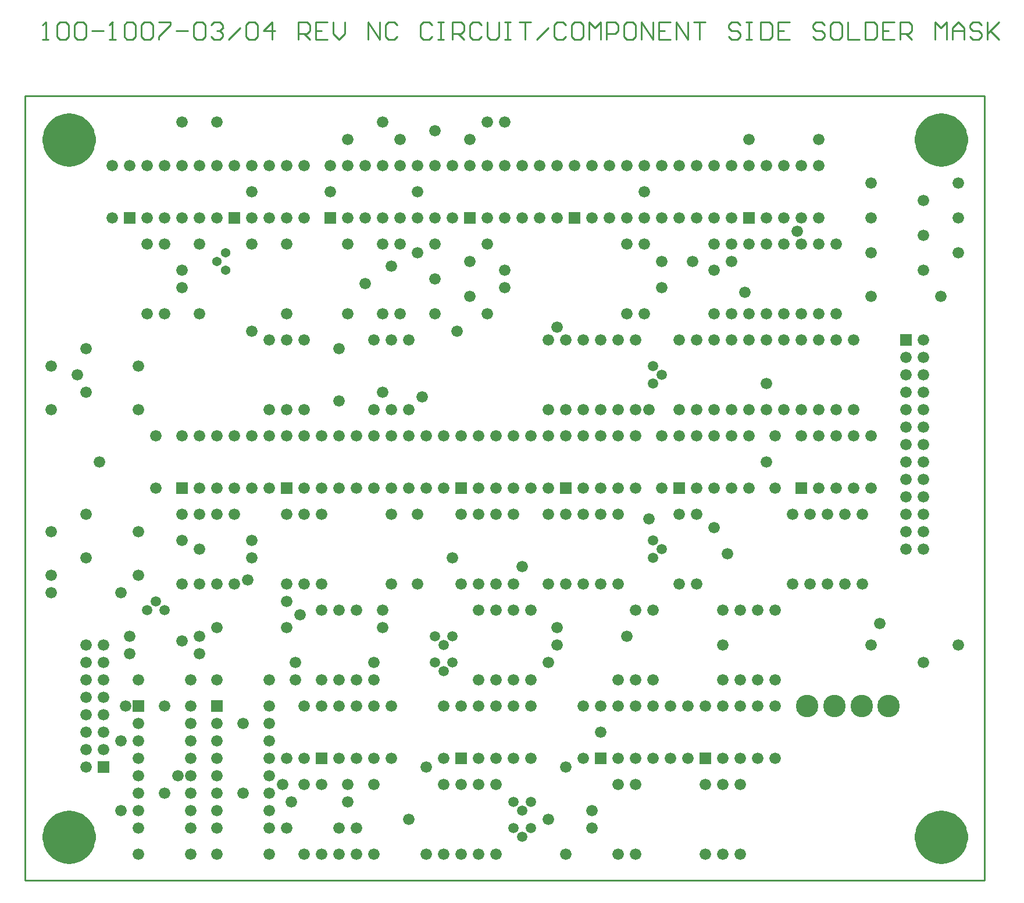
<source format=gbs>
*%FSLAX23Y23*%
*%MOIN*%
G01*
%ADD11C,0.006*%
%ADD12C,0.007*%
%ADD13C,0.008*%
%ADD14C,0.010*%
%ADD15C,0.012*%
%ADD16C,0.020*%
%ADD17C,0.032*%
%ADD18C,0.036*%
%ADD19C,0.050*%
%ADD20C,0.050*%
%ADD21C,0.052*%
%ADD22C,0.054*%
%ADD23C,0.055*%
%ADD24C,0.056*%
%ADD25C,0.059*%
%ADD26C,0.062*%
%ADD27C,0.066*%
%ADD28C,0.070*%
%ADD29C,0.090*%
%ADD30C,0.125*%
%ADD31C,0.129*%
%ADD32C,0.140*%
%ADD33C,0.160*%
%ADD34C,0.250*%
%ADD35R,0.062X0.062*%
%ADD36R,0.066X0.066*%
D14*
X6632Y10364D02*
X6665D01*
X6649D01*
Y10464D01*
X6650D01*
X6649D02*
X6632Y10447D01*
X6715D02*
X6732Y10464D01*
X6765D01*
X6782Y10447D01*
Y10381D01*
X6765Y10364D01*
X6732D01*
X6715Y10381D01*
Y10447D01*
X6815D02*
X6832Y10464D01*
X6865D01*
X6882Y10447D01*
Y10381D01*
X6865Y10364D01*
X6832D01*
X6815Y10381D01*
Y10447D01*
X6915Y10414D02*
X6982D01*
X7015Y10364D02*
X7049D01*
X7032D01*
Y10464D01*
X7033D01*
X7032D02*
X7015Y10447D01*
X7099D02*
X7115Y10464D01*
X7148D01*
X7165Y10447D01*
Y10381D01*
X7148Y10364D01*
X7115D01*
X7099Y10381D01*
Y10447D01*
X7198D02*
X7215Y10464D01*
X7248D01*
X7265Y10447D01*
Y10381D01*
X7248Y10364D01*
X7215D01*
X7198Y10381D01*
Y10447D01*
X7298Y10464D02*
X7365D01*
Y10447D01*
X7298Y10381D01*
Y10364D01*
X7398Y10414D02*
X7465D01*
X7498Y10447D02*
X7515Y10464D01*
X7548D01*
X7565Y10447D01*
Y10381D01*
X7548Y10364D01*
X7515D01*
X7498Y10381D01*
Y10447D01*
X7598D02*
X7615Y10464D01*
X7648D01*
X7665Y10447D01*
Y10431D01*
X7666D01*
X7665D02*
X7666D01*
X7665D02*
X7666D01*
X7665D02*
X7648Y10414D01*
X7632D01*
X7648D01*
X7665Y10397D01*
Y10381D01*
X7648Y10364D01*
X7615D01*
X7598Y10381D01*
X7698Y10364D02*
X7765Y10431D01*
X7798Y10447D02*
X7815Y10464D01*
X7848D01*
X7865Y10447D01*
Y10381D01*
X7848Y10364D01*
X7815D01*
X7798Y10381D01*
Y10447D01*
X7948Y10464D02*
Y10364D01*
X7898Y10414D02*
X7948Y10464D01*
X7965Y10414D02*
X7898D01*
X8098Y10364D02*
Y10464D01*
X8148D01*
X8165Y10447D01*
Y10414D01*
X8148Y10397D01*
X8098D01*
X8132D02*
X8165Y10364D01*
X8198Y10464D02*
X8265D01*
X8198D02*
Y10364D01*
X8265D01*
X8231Y10414D02*
X8198D01*
X8298Y10397D02*
Y10464D01*
Y10397D02*
X8331Y10364D01*
X8365Y10397D01*
Y10464D01*
X8498D02*
Y10364D01*
X8565D02*
X8498Y10464D01*
X8565D02*
Y10364D01*
X8665Y10447D02*
X8648Y10464D01*
X8615D01*
X8598Y10447D01*
Y10381D01*
X8615Y10364D01*
X8648D01*
X8665Y10381D01*
X8848Y10464D02*
X8865Y10447D01*
X8848Y10464D02*
X8815D01*
X8798Y10447D01*
Y10381D01*
X8815Y10364D01*
X8848D01*
X8865Y10381D01*
X8898Y10464D02*
X8931D01*
X8915D01*
Y10364D01*
X8898D01*
X8931D01*
X8981D02*
Y10464D01*
X9031D01*
X9048Y10447D01*
Y10414D01*
X9031Y10397D01*
X8981D01*
X9015D02*
X9048Y10364D01*
X9148Y10447D02*
X9131Y10464D01*
X9098D01*
X9081Y10447D01*
Y10381D01*
X9098Y10364D01*
X9131D01*
X9148Y10381D01*
X9181D02*
Y10464D01*
Y10381D02*
X9198Y10364D01*
X9231D01*
X9248Y10381D01*
Y10464D01*
X9281D02*
X9314D01*
X9298D01*
Y10364D01*
X9281D01*
X9314D01*
X9364Y10464D02*
X9431D01*
X9398D01*
Y10364D01*
X9464D02*
X9531Y10431D01*
X9614Y10464D02*
X9631Y10447D01*
X9614Y10464D02*
X9581D01*
X9564Y10447D01*
Y10381D01*
X9581Y10364D01*
X9614D01*
X9631Y10381D01*
X9681Y10464D02*
X9714D01*
X9681D02*
X9664Y10447D01*
Y10381D01*
X9681Y10364D01*
X9714D01*
X9731Y10381D01*
Y10447D01*
X9714Y10464D01*
X9764D02*
Y10364D01*
X9798Y10431D02*
X9764Y10464D01*
X9798Y10431D02*
X9831Y10464D01*
Y10364D01*
X9864D02*
Y10464D01*
X9914D01*
X9931Y10447D01*
Y10414D01*
X9914Y10397D01*
X9864D01*
X9981Y10464D02*
X10014D01*
X9981D02*
X9964Y10447D01*
Y10381D01*
X9981Y10364D01*
X10014D01*
X10031Y10381D01*
Y10447D01*
X10014Y10464D01*
X10064D02*
Y10364D01*
X10131D02*
X10064Y10464D01*
X10131D02*
Y10364D01*
X10164Y10464D02*
X10231D01*
X10164D02*
Y10364D01*
X10231D01*
X10198Y10414D02*
X10164D01*
X10264Y10364D02*
Y10464D01*
X10331Y10364D01*
Y10464D01*
X10364D02*
X10431D01*
X10397D01*
Y10364D01*
X10614Y10464D02*
X10631Y10447D01*
X10614Y10464D02*
X10581D01*
X10564Y10447D01*
Y10431D01*
X10581Y10414D01*
X10614D01*
X10631Y10397D01*
Y10381D01*
X10614Y10364D01*
X10581D01*
X10564Y10381D01*
X10664Y10464D02*
X10697D01*
X10681D01*
Y10364D01*
X10664D01*
X10697D01*
X10747D02*
Y10464D01*
Y10364D02*
X10797D01*
X10814Y10381D01*
Y10447D01*
X10797Y10464D01*
X10747D01*
X10847D02*
X10914D01*
X10847D02*
Y10364D01*
X10914D01*
X10881Y10414D02*
X10847D01*
X11097Y10464D02*
X11114Y10447D01*
X11097Y10464D02*
X11064D01*
X11047Y10447D01*
Y10431D01*
X11064Y10414D01*
X11097D01*
X11114Y10397D01*
Y10381D01*
X11097Y10364D01*
X11064D01*
X11047Y10381D01*
X11164Y10464D02*
X11197D01*
X11164D02*
X11147Y10447D01*
Y10381D01*
X11164Y10364D01*
X11197D01*
X11214Y10381D01*
Y10447D01*
X11197Y10464D01*
X11247D02*
Y10364D01*
X11314D01*
X11347D02*
Y10464D01*
Y10364D02*
X11397D01*
X11414Y10381D01*
Y10447D01*
X11397Y10464D01*
X11347D01*
X11447D02*
X11514D01*
X11447D02*
Y10364D01*
X11514D01*
X11480Y10414D02*
X11447D01*
X11547Y10364D02*
Y10464D01*
X11597D01*
X11614Y10447D01*
Y10414D01*
X11597Y10397D01*
X11547D01*
X11580D02*
X11614Y10364D01*
X11747D02*
Y10464D01*
X11780Y10431D01*
X11814Y10464D01*
Y10364D01*
X11847D02*
Y10431D01*
X11880Y10464D01*
X11914Y10431D01*
Y10364D01*
Y10414D01*
X11847D01*
X11997Y10464D02*
X12014Y10447D01*
X11997Y10464D02*
X11964D01*
X11947Y10447D01*
Y10431D01*
X11964Y10414D01*
X11997D01*
X12014Y10397D01*
Y10381D01*
X11997Y10364D01*
X11964D01*
X11947Y10381D01*
X12047Y10364D02*
Y10464D01*
Y10397D02*
Y10364D01*
Y10397D02*
X12114Y10464D01*
X12064Y10414D01*
X12114Y10364D01*
X12032Y10039D02*
X6532D01*
Y5539D02*
X12032D01*
X6532D02*
Y10039D01*
X12032D02*
Y5539D01*
D20*
X6655Y5789D02*
X6656D01*
X6655D02*
X6655Y5779D01*
X6657Y5769D01*
X6659Y5759D01*
X6662Y5749D01*
X6665Y5739D01*
X6670Y5730D01*
X6675Y5721D01*
X6680Y5713D01*
X6687Y5705D01*
X6694Y5697D01*
X6702Y5691D01*
X6710Y5684D01*
X6718Y5679D01*
X6728Y5674D01*
X6737Y5670D01*
X6747Y5667D01*
X6757Y5665D01*
X6767Y5663D01*
X6777Y5662D01*
X6787D01*
X6797Y5663D01*
X6807Y5665D01*
X6817Y5667D01*
X6827Y5670D01*
X6836Y5674D01*
X6846Y5679D01*
X6854Y5684D01*
X6862Y5691D01*
X6870Y5697D01*
X6877Y5705D01*
X6884Y5713D01*
X6889Y5721D01*
X6894Y5730D01*
X6899Y5739D01*
X6902Y5749D01*
X6905Y5759D01*
X6907Y5769D01*
X6909Y5779D01*
X6909Y5789D01*
X6910D01*
X6909D02*
X6909Y5799D01*
X6907Y5809D01*
X6905Y5819D01*
X6902Y5829D01*
X6899Y5839D01*
X6894Y5848D01*
X6889Y5857D01*
X6884Y5865D01*
X6877Y5873D01*
X6870Y5881D01*
X6862Y5887D01*
X6854Y5894D01*
X6846Y5899D01*
X6836Y5904D01*
X6827Y5908D01*
X6817Y5911D01*
X6807Y5913D01*
X6797Y5915D01*
X6787Y5916D01*
X6777D01*
X6767Y5915D01*
X6757Y5913D01*
X6747Y5911D01*
X6737Y5908D01*
X6728Y5904D01*
X6718Y5899D01*
X6710Y5894D01*
X6702Y5887D01*
X6694Y5881D01*
X6687Y5873D01*
X6680Y5865D01*
X6675Y5857D01*
X6670Y5848D01*
X6665Y5839D01*
X6662Y5829D01*
X6659Y5819D01*
X6657Y5809D01*
X6655Y5799D01*
X6655Y5789D01*
X6703D02*
X6704D01*
X6703D02*
X6704Y5780D01*
X6705Y5771D01*
X6708Y5762D01*
X6711Y5754D01*
X6716Y5746D01*
X6721Y5738D01*
X6728Y5732D01*
X6735Y5726D01*
X6742Y5721D01*
X6751Y5716D01*
X6759Y5713D01*
X6768Y5711D01*
X6777Y5710D01*
X6787D01*
X6796Y5711D01*
X6805Y5713D01*
X6813Y5716D01*
X6822Y5721D01*
X6829Y5726D01*
X6836Y5732D01*
X6843Y5738D01*
X6848Y5746D01*
X6853Y5754D01*
X6856Y5762D01*
X6859Y5771D01*
X6860Y5780D01*
X6861Y5789D01*
X6862D01*
X6861D02*
X6860Y5798D01*
X6859Y5807D01*
X6856Y5816D01*
X6853Y5824D01*
X6848Y5832D01*
X6843Y5840D01*
X6836Y5846D01*
X6829Y5852D01*
X6822Y5857D01*
X6813Y5862D01*
X6805Y5865D01*
X6796Y5867D01*
X6787Y5868D01*
X6777D01*
X6768Y5867D01*
X6759Y5865D01*
X6751Y5862D01*
X6742Y5857D01*
X6735Y5852D01*
X6728Y5846D01*
X6721Y5840D01*
X6716Y5832D01*
X6711Y5824D01*
X6708Y5816D01*
X6705Y5807D01*
X6704Y5798D01*
X6703Y5789D01*
X6751D02*
X6752D01*
X6751D02*
X6752Y5783D01*
X6754Y5776D01*
X6757Y5771D01*
X6761Y5766D01*
X6766Y5762D01*
X6772Y5760D01*
X6779Y5758D01*
X6785D01*
X6792Y5760D01*
X6798Y5762D01*
X6803Y5766D01*
X6807Y5771D01*
X6810Y5776D01*
X6812Y5783D01*
X6813Y5789D01*
X6814D01*
X6813D02*
X6812Y5795D01*
X6810Y5802D01*
X6807Y5807D01*
X6803Y5812D01*
X6798Y5816D01*
X6792Y5818D01*
X6785Y5820D01*
X6779D01*
X6772Y5818D01*
X6766Y5816D01*
X6761Y5812D01*
X6757Y5807D01*
X6754Y5802D01*
X6752Y5795D01*
X6751Y5789D01*
X6782D02*
D03*
X6655Y9789D02*
X6656D01*
X6655D02*
X6655Y9779D01*
X6657Y9769D01*
X6659Y9759D01*
X6662Y9749D01*
X6665Y9739D01*
X6670Y9730D01*
X6675Y9721D01*
X6680Y9713D01*
X6687Y9705D01*
X6694Y9697D01*
X6702Y9691D01*
X6710Y9684D01*
X6718Y9679D01*
X6728Y9674D01*
X6737Y9670D01*
X6747Y9667D01*
X6757Y9665D01*
X6767Y9663D01*
X6777Y9662D01*
X6787D01*
X6797Y9663D01*
X6807Y9665D01*
X6817Y9667D01*
X6827Y9670D01*
X6836Y9674D01*
X6846Y9679D01*
X6854Y9684D01*
X6862Y9691D01*
X6870Y9697D01*
X6877Y9705D01*
X6884Y9713D01*
X6889Y9721D01*
X6894Y9730D01*
X6899Y9739D01*
X6902Y9749D01*
X6905Y9759D01*
X6907Y9769D01*
X6909Y9779D01*
X6909Y9789D01*
X6910D01*
X6909D02*
X6909Y9799D01*
X6907Y9809D01*
X6905Y9819D01*
X6902Y9829D01*
X6899Y9839D01*
X6894Y9848D01*
X6889Y9857D01*
X6884Y9865D01*
X6877Y9873D01*
X6870Y9881D01*
X6862Y9887D01*
X6854Y9894D01*
X6846Y9899D01*
X6836Y9904D01*
X6827Y9908D01*
X6817Y9911D01*
X6807Y9913D01*
X6797Y9915D01*
X6787Y9916D01*
X6777D01*
X6767Y9915D01*
X6757Y9913D01*
X6747Y9911D01*
X6737Y9908D01*
X6728Y9904D01*
X6718Y9899D01*
X6710Y9894D01*
X6702Y9887D01*
X6694Y9881D01*
X6687Y9873D01*
X6680Y9865D01*
X6675Y9857D01*
X6670Y9848D01*
X6665Y9839D01*
X6662Y9829D01*
X6659Y9819D01*
X6657Y9809D01*
X6655Y9799D01*
X6655Y9789D01*
X6703D02*
X6704D01*
X6703D02*
X6704Y9780D01*
X6705Y9771D01*
X6708Y9762D01*
X6711Y9754D01*
X6716Y9746D01*
X6721Y9738D01*
X6728Y9732D01*
X6735Y9726D01*
X6742Y9721D01*
X6751Y9716D01*
X6759Y9713D01*
X6768Y9711D01*
X6777Y9710D01*
X6787D01*
X6796Y9711D01*
X6805Y9713D01*
X6813Y9716D01*
X6822Y9721D01*
X6829Y9726D01*
X6836Y9732D01*
X6843Y9738D01*
X6848Y9746D01*
X6853Y9754D01*
X6856Y9762D01*
X6859Y9771D01*
X6860Y9780D01*
X6861Y9789D01*
X6862D01*
X6861D02*
X6860Y9798D01*
X6859Y9807D01*
X6856Y9816D01*
X6853Y9824D01*
X6848Y9832D01*
X6843Y9840D01*
X6836Y9846D01*
X6829Y9852D01*
X6822Y9857D01*
X6813Y9862D01*
X6805Y9865D01*
X6796Y9867D01*
X6787Y9868D01*
X6777D01*
X6768Y9867D01*
X6759Y9865D01*
X6751Y9862D01*
X6742Y9857D01*
X6735Y9852D01*
X6728Y9846D01*
X6721Y9840D01*
X6716Y9832D01*
X6711Y9824D01*
X6708Y9816D01*
X6705Y9807D01*
X6704Y9798D01*
X6703Y9789D01*
X6751D02*
X6752D01*
X6751D02*
X6752Y9783D01*
X6754Y9776D01*
X6757Y9771D01*
X6761Y9766D01*
X6766Y9762D01*
X6772Y9760D01*
X6779Y9758D01*
X6785D01*
X6792Y9760D01*
X6798Y9762D01*
X6803Y9766D01*
X6807Y9771D01*
X6810Y9776D01*
X6812Y9783D01*
X6813Y9789D01*
X6814D01*
X6813D02*
X6812Y9795D01*
X6810Y9802D01*
X6807Y9807D01*
X6803Y9812D01*
X6798Y9816D01*
X6792Y9818D01*
X6785Y9820D01*
X6779D01*
X6772Y9818D01*
X6766Y9816D01*
X6761Y9812D01*
X6757Y9807D01*
X6754Y9802D01*
X6752Y9795D01*
X6751Y9789D01*
X6782D02*
D03*
X11655Y5789D02*
X11656D01*
X11655D02*
X11655Y5779D01*
X11657Y5769D01*
X11659Y5759D01*
X11662Y5749D01*
X11665Y5739D01*
X11670Y5730D01*
X11675Y5721D01*
X11680Y5713D01*
X11687Y5705D01*
X11694Y5697D01*
X11702Y5691D01*
X11710Y5684D01*
X11718Y5679D01*
X11728Y5674D01*
X11737Y5670D01*
X11747Y5667D01*
X11757Y5665D01*
X11767Y5663D01*
X11777Y5662D01*
X11787D01*
X11797Y5663D01*
X11807Y5665D01*
X11817Y5667D01*
X11827Y5670D01*
X11836Y5674D01*
X11846Y5679D01*
X11854Y5684D01*
X11862Y5691D01*
X11870Y5697D01*
X11877Y5705D01*
X11884Y5713D01*
X11889Y5721D01*
X11894Y5730D01*
X11899Y5739D01*
X11902Y5749D01*
X11905Y5759D01*
X11907Y5769D01*
X11909Y5779D01*
X11909Y5789D01*
X11910D01*
X11909D02*
X11909Y5799D01*
X11907Y5809D01*
X11905Y5819D01*
X11902Y5829D01*
X11899Y5839D01*
X11894Y5848D01*
X11889Y5857D01*
X11884Y5865D01*
X11877Y5873D01*
X11870Y5881D01*
X11862Y5887D01*
X11854Y5894D01*
X11846Y5899D01*
X11836Y5904D01*
X11827Y5908D01*
X11817Y5911D01*
X11807Y5913D01*
X11797Y5915D01*
X11787Y5916D01*
X11777D01*
X11767Y5915D01*
X11757Y5913D01*
X11747Y5911D01*
X11737Y5908D01*
X11728Y5904D01*
X11718Y5899D01*
X11710Y5894D01*
X11702Y5887D01*
X11694Y5881D01*
X11687Y5873D01*
X11680Y5865D01*
X11675Y5857D01*
X11670Y5848D01*
X11665Y5839D01*
X11662Y5829D01*
X11659Y5819D01*
X11657Y5809D01*
X11655Y5799D01*
X11655Y5789D01*
X11703D02*
X11704D01*
X11703D02*
X11704Y5780D01*
X11705Y5771D01*
X11708Y5762D01*
X11711Y5754D01*
X11716Y5746D01*
X11721Y5738D01*
X11728Y5732D01*
X11735Y5726D01*
X11742Y5721D01*
X11751Y5716D01*
X11759Y5713D01*
X11768Y5711D01*
X11777Y5710D01*
X11787D01*
X11796Y5711D01*
X11805Y5713D01*
X11813Y5716D01*
X11822Y5721D01*
X11829Y5726D01*
X11836Y5732D01*
X11843Y5738D01*
X11848Y5746D01*
X11853Y5754D01*
X11856Y5762D01*
X11859Y5771D01*
X11860Y5780D01*
X11861Y5789D01*
X11862D01*
X11861D02*
X11860Y5798D01*
X11859Y5807D01*
X11856Y5816D01*
X11853Y5824D01*
X11848Y5832D01*
X11843Y5840D01*
X11836Y5846D01*
X11829Y5852D01*
X11822Y5857D01*
X11813Y5862D01*
X11805Y5865D01*
X11796Y5867D01*
X11787Y5868D01*
X11777D01*
X11768Y5867D01*
X11759Y5865D01*
X11751Y5862D01*
X11742Y5857D01*
X11735Y5852D01*
X11728Y5846D01*
X11721Y5840D01*
X11716Y5832D01*
X11711Y5824D01*
X11708Y5816D01*
X11705Y5807D01*
X11704Y5798D01*
X11703Y5789D01*
X11751D02*
X11752D01*
X11751D02*
X11752Y5783D01*
X11754Y5776D01*
X11757Y5771D01*
X11761Y5766D01*
X11766Y5762D01*
X11772Y5760D01*
X11779Y5758D01*
X11785D01*
X11792Y5760D01*
X11798Y5762D01*
X11803Y5766D01*
X11807Y5771D01*
X11810Y5776D01*
X11812Y5783D01*
X11813Y5789D01*
X11814D01*
X11813D02*
X11812Y5795D01*
X11810Y5802D01*
X11807Y5807D01*
X11803Y5812D01*
X11798Y5816D01*
X11792Y5818D01*
X11785Y5820D01*
X11779D01*
X11772Y5818D01*
X11766Y5816D01*
X11761Y5812D01*
X11757Y5807D01*
X11754Y5802D01*
X11752Y5795D01*
X11751Y5789D01*
X11782D02*
D03*
X11655Y9789D02*
X11656D01*
X11655D02*
X11655Y9779D01*
X11657Y9769D01*
X11659Y9759D01*
X11662Y9749D01*
X11665Y9739D01*
X11670Y9730D01*
X11675Y9721D01*
X11680Y9713D01*
X11687Y9705D01*
X11694Y9697D01*
X11702Y9691D01*
X11710Y9684D01*
X11718Y9679D01*
X11728Y9674D01*
X11737Y9670D01*
X11747Y9667D01*
X11757Y9665D01*
X11767Y9663D01*
X11777Y9662D01*
X11787D01*
X11797Y9663D01*
X11807Y9665D01*
X11817Y9667D01*
X11827Y9670D01*
X11836Y9674D01*
X11846Y9679D01*
X11854Y9684D01*
X11862Y9691D01*
X11870Y9697D01*
X11877Y9705D01*
X11884Y9713D01*
X11889Y9721D01*
X11894Y9730D01*
X11899Y9739D01*
X11902Y9749D01*
X11905Y9759D01*
X11907Y9769D01*
X11909Y9779D01*
X11909Y9789D01*
X11910D01*
X11909D02*
X11909Y9799D01*
X11907Y9809D01*
X11905Y9819D01*
X11902Y9829D01*
X11899Y9839D01*
X11894Y9848D01*
X11889Y9857D01*
X11884Y9865D01*
X11877Y9873D01*
X11870Y9881D01*
X11862Y9887D01*
X11854Y9894D01*
X11846Y9899D01*
X11836Y9904D01*
X11827Y9908D01*
X11817Y9911D01*
X11807Y9913D01*
X11797Y9915D01*
X11787Y9916D01*
X11777D01*
X11767Y9915D01*
X11757Y9913D01*
X11747Y9911D01*
X11737Y9908D01*
X11728Y9904D01*
X11718Y9899D01*
X11710Y9894D01*
X11702Y9887D01*
X11694Y9881D01*
X11687Y9873D01*
X11680Y9865D01*
X11675Y9857D01*
X11670Y9848D01*
X11665Y9839D01*
X11662Y9829D01*
X11659Y9819D01*
X11657Y9809D01*
X11655Y9799D01*
X11655Y9789D01*
X11703D02*
X11704D01*
X11703D02*
X11704Y9780D01*
X11705Y9771D01*
X11708Y9762D01*
X11711Y9754D01*
X11716Y9746D01*
X11721Y9738D01*
X11728Y9732D01*
X11735Y9726D01*
X11742Y9721D01*
X11751Y9716D01*
X11759Y9713D01*
X11768Y9711D01*
X11777Y9710D01*
X11787D01*
X11796Y9711D01*
X11805Y9713D01*
X11813Y9716D01*
X11822Y9721D01*
X11829Y9726D01*
X11836Y9732D01*
X11843Y9738D01*
X11848Y9746D01*
X11853Y9754D01*
X11856Y9762D01*
X11859Y9771D01*
X11860Y9780D01*
X11861Y9789D01*
X11862D01*
X11861D02*
X11860Y9798D01*
X11859Y9807D01*
X11856Y9816D01*
X11853Y9824D01*
X11848Y9832D01*
X11843Y9840D01*
X11836Y9846D01*
X11829Y9852D01*
X11822Y9857D01*
X11813Y9862D01*
X11805Y9865D01*
X11796Y9867D01*
X11787Y9868D01*
X11777D01*
X11768Y9867D01*
X11759Y9865D01*
X11751Y9862D01*
X11742Y9857D01*
X11735Y9852D01*
X11728Y9846D01*
X11721Y9840D01*
X11716Y9832D01*
X11711Y9824D01*
X11708Y9816D01*
X11705Y9807D01*
X11704Y9798D01*
X11703Y9789D01*
X11751D02*
X11752D01*
X11751D02*
X11752Y9783D01*
X11754Y9776D01*
X11757Y9771D01*
X11761Y9766D01*
X11766Y9762D01*
X11772Y9760D01*
X11779Y9758D01*
X11785D01*
X11792Y9760D01*
X11798Y9762D01*
X11803Y9766D01*
X11807Y9771D01*
X11810Y9776D01*
X11812Y9783D01*
X11813Y9789D01*
X11814D01*
X11813D02*
X11812Y9795D01*
X11810Y9802D01*
X11807Y9807D01*
X11803Y9812D01*
X11798Y9816D01*
X11792Y9818D01*
X11785Y9820D01*
X11779D01*
X11772Y9818D01*
X11766Y9816D01*
X11761Y9812D01*
X11757Y9807D01*
X11754Y9802D01*
X11752Y9795D01*
X11751Y9789D01*
X11782D02*
D03*
D22*
X7682Y9139D02*
D03*
X7632Y9089D02*
D03*
X7682Y9039D02*
D03*
D25*
X10132Y8389D02*
D03*
Y8489D02*
D03*
X10182Y8439D02*
D03*
X8882Y6939D02*
D03*
X8982D02*
D03*
X8932Y6889D02*
D03*
X8882Y6789D02*
D03*
X8982D02*
D03*
X8932Y6739D02*
D03*
X10132Y7389D02*
D03*
Y7489D02*
D03*
X10182Y7439D02*
D03*
X9332Y5989D02*
D03*
X9432D02*
D03*
X9382Y5939D02*
D03*
X9332Y5839D02*
D03*
X9432D02*
D03*
X9382Y5789D02*
D03*
X7232Y7089D02*
D03*
X7282Y7139D02*
D03*
X7332Y7089D02*
D03*
D27*
X11432Y7014D02*
D03*
X10957Y9264D02*
D03*
X10782Y8389D02*
D03*
Y7939D02*
D03*
X10657Y8914D02*
D03*
X10582Y9089D02*
D03*
X10557Y7414D02*
D03*
X10482Y7564D02*
D03*
X10532Y6889D02*
D03*
X10482Y9039D02*
D03*
X10357Y9089D02*
D03*
X10107Y8239D02*
D03*
Y7614D02*
D03*
X10082Y9489D02*
D03*
X9982Y6939D02*
D03*
X9932Y6689D02*
D03*
X9832Y6389D02*
D03*
X9582Y8714D02*
D03*
X9532Y6789D02*
D03*
X9382Y7339D02*
D03*
X9007Y8689D02*
D03*
X8982Y7389D02*
D03*
X8882Y9839D02*
D03*
Y8989D02*
D03*
X8807Y8314D02*
D03*
X8782Y9139D02*
D03*
Y9489D02*
D03*
X8632Y9064D02*
D03*
X8582Y8339D02*
D03*
X8482Y8964D02*
D03*
X8582Y9889D02*
D03*
X8382Y9789D02*
D03*
X8282Y9489D02*
D03*
X8107Y7064D02*
D03*
X8032Y7139D02*
D03*
X8057Y5989D02*
D03*
X8007Y6089D02*
D03*
X7832Y9489D02*
D03*
X7782Y6039D02*
D03*
Y6439D02*
D03*
X7807Y7264D02*
D03*
X7532Y7439D02*
D03*
X7432Y6914D02*
D03*
Y7489D02*
D03*
X7332Y6039D02*
D03*
X7407Y6139D02*
D03*
X7332Y6539D02*
D03*
X7107D02*
D03*
X6957Y7939D02*
D03*
X6832Y8439D02*
D03*
X10482Y8239D02*
D03*
Y8639D02*
D03*
X10582D02*
D03*
Y8239D02*
D03*
X10682Y8639D02*
D03*
Y8239D02*
D03*
X8532Y6789D02*
D03*
Y6689D02*
D03*
X8332Y5839D02*
D03*
X8432D02*
D03*
X8782Y7239D02*
D03*
Y7639D02*
D03*
X8032Y5839D02*
D03*
Y6239D02*
D03*
X7082Y6339D02*
D03*
Y5939D02*
D03*
X9182Y9889D02*
D03*
X9282D02*
D03*
X8682Y9789D02*
D03*
X9082D02*
D03*
X11882Y9339D02*
D03*
X11382D02*
D03*
X11682Y9239D02*
D03*
X11882Y9539D02*
D03*
X11382D02*
D03*
X11682Y9439D02*
D03*
X11882Y9139D02*
D03*
X11382D02*
D03*
X11682Y9039D02*
D03*
X11882Y6889D02*
D03*
X11382D02*
D03*
X11682Y6789D02*
D03*
X10582Y9639D02*
D03*
Y9339D02*
D03*
X10482D02*
D03*
Y9639D02*
D03*
X11082Y9339D02*
D03*
Y9639D02*
D03*
X10782Y9339D02*
D03*
X10882D02*
D03*
X10982D02*
D03*
Y9639D02*
D03*
X10882D02*
D03*
X10782D02*
D03*
X10682D02*
D03*
X11082Y9789D02*
D03*
X10682D02*
D03*
X10982Y8789D02*
D03*
Y9189D02*
D03*
X10782Y8789D02*
D03*
Y9189D02*
D03*
X11182Y8789D02*
D03*
Y9189D02*
D03*
X11082Y8789D02*
D03*
Y9189D02*
D03*
X10882Y8789D02*
D03*
Y9189D02*
D03*
X10682Y8789D02*
D03*
Y9189D02*
D03*
X10582D02*
D03*
Y8789D02*
D03*
X10482Y9189D02*
D03*
Y8789D02*
D03*
X11382Y8889D02*
D03*
X11782D02*
D03*
X10382Y7789D02*
D03*
X10482D02*
D03*
X10582D02*
D03*
Y8089D02*
D03*
X10482D02*
D03*
X10382D02*
D03*
X10282D02*
D03*
X10682Y7789D02*
D03*
Y8089D02*
D03*
X10832D02*
D03*
Y7789D02*
D03*
X11382D02*
D03*
Y8089D02*
D03*
X11682Y8639D02*
D03*
X11582Y8539D02*
D03*
X11682D02*
D03*
X11582Y8439D02*
D03*
X11682D02*
D03*
X11582Y8339D02*
D03*
X11682D02*
D03*
X11582Y8239D02*
D03*
X11682D02*
D03*
X11582Y8139D02*
D03*
X11682D02*
D03*
X11582Y8039D02*
D03*
X11682D02*
D03*
X11582Y7939D02*
D03*
X11682D02*
D03*
X11582Y7839D02*
D03*
X11682D02*
D03*
X11582Y7739D02*
D03*
X11682D02*
D03*
X11582Y7639D02*
D03*
X11682D02*
D03*
X11582Y7539D02*
D03*
X11682D02*
D03*
X11582Y7439D02*
D03*
X11682D02*
D03*
X10232Y6239D02*
D03*
Y6539D02*
D03*
X10732Y7089D02*
D03*
Y6689D02*
D03*
X10632D02*
D03*
Y7089D02*
D03*
X10532D02*
D03*
Y6689D02*
D03*
X10832D02*
D03*
Y7089D02*
D03*
X10332Y6539D02*
D03*
Y6239D02*
D03*
X10832D02*
D03*
Y6539D02*
D03*
X10532Y6239D02*
D03*
X10632D02*
D03*
X10732D02*
D03*
Y6539D02*
D03*
X10632D02*
D03*
X10532D02*
D03*
X10432D02*
D03*
X10282Y7639D02*
D03*
Y7239D02*
D03*
X10382Y7639D02*
D03*
Y7239D02*
D03*
X11032D02*
D03*
Y7639D02*
D03*
X11132Y7239D02*
D03*
Y7639D02*
D03*
X11232Y7239D02*
D03*
Y7639D02*
D03*
X11332Y7239D02*
D03*
Y7639D02*
D03*
X10932Y7239D02*
D03*
Y7639D02*
D03*
X10632Y5689D02*
D03*
Y6089D02*
D03*
X10432Y5689D02*
D03*
Y6089D02*
D03*
X10532Y5689D02*
D03*
Y6089D02*
D03*
X9582Y9639D02*
D03*
Y9339D02*
D03*
X9782D02*
D03*
X9882D02*
D03*
X9982D02*
D03*
X10082D02*
D03*
X10182D02*
D03*
X10282D02*
D03*
X10382D02*
D03*
Y9639D02*
D03*
X10282D02*
D03*
X10182D02*
D03*
X10082D02*
D03*
X9982D02*
D03*
X9882D02*
D03*
X9782D02*
D03*
X9682D02*
D03*
X9482Y9339D02*
D03*
Y9639D02*
D03*
X8982D02*
D03*
Y9339D02*
D03*
X9082Y9639D02*
D03*
X9182D02*
D03*
X9282D02*
D03*
X9382D02*
D03*
Y9339D02*
D03*
X9282D02*
D03*
X9182D02*
D03*
X9082Y8889D02*
D03*
Y9089D02*
D03*
X9282Y8939D02*
D03*
Y9039D02*
D03*
X9182Y8789D02*
D03*
Y9189D02*
D03*
X8882D02*
D03*
Y8789D02*
D03*
X8682D02*
D03*
Y9189D02*
D03*
X10182Y9089D02*
D03*
Y8939D02*
D03*
X10082Y9189D02*
D03*
Y8789D02*
D03*
X9982D02*
D03*
Y9189D02*
D03*
X10182Y8089D02*
D03*
Y7789D02*
D03*
X10032D02*
D03*
Y8089D02*
D03*
X9632D02*
D03*
X9732D02*
D03*
X9832D02*
D03*
X9932D02*
D03*
Y7789D02*
D03*
X9832D02*
D03*
X9732D02*
D03*
X9532Y8089D02*
D03*
Y7789D02*
D03*
X9932Y8239D02*
D03*
Y8639D02*
D03*
X9832D02*
D03*
Y8239D02*
D03*
X9732Y8639D02*
D03*
Y8239D02*
D03*
X9632Y8639D02*
D03*
Y8239D02*
D03*
X9532D02*
D03*
Y8639D02*
D03*
X9432Y7789D02*
D03*
Y8089D02*
D03*
X9032D02*
D03*
X9132D02*
D03*
X9232D02*
D03*
X9332D02*
D03*
Y7789D02*
D03*
X9232D02*
D03*
X9132D02*
D03*
X8932Y8089D02*
D03*
Y7789D02*
D03*
X8832D02*
D03*
Y8089D02*
D03*
X8732Y8239D02*
D03*
Y8639D02*
D03*
X9232Y6689D02*
D03*
Y7089D02*
D03*
X9582Y6989D02*
D03*
Y6889D02*
D03*
X9132Y6689D02*
D03*
Y7089D02*
D03*
X9432Y6689D02*
D03*
Y7089D02*
D03*
X9332Y6689D02*
D03*
Y7089D02*
D03*
X10032D02*
D03*
Y6689D02*
D03*
X10132D02*
D03*
Y7089D02*
D03*
X9732Y6539D02*
D03*
Y6239D02*
D03*
X9832Y6539D02*
D03*
X9932D02*
D03*
X10032D02*
D03*
X10132D02*
D03*
Y6239D02*
D03*
X10032D02*
D03*
X9932D02*
D03*
Y7239D02*
D03*
Y7639D02*
D03*
X9832D02*
D03*
Y7239D02*
D03*
X9732Y7639D02*
D03*
Y7239D02*
D03*
X9632D02*
D03*
Y7639D02*
D03*
X9532D02*
D03*
Y7239D02*
D03*
X9332Y7639D02*
D03*
Y7239D02*
D03*
X9232Y7639D02*
D03*
Y7239D02*
D03*
X9032D02*
D03*
Y7639D02*
D03*
X9132Y7239D02*
D03*
Y7639D02*
D03*
Y6239D02*
D03*
X9232D02*
D03*
X9332D02*
D03*
Y6539D02*
D03*
X9232D02*
D03*
X9132D02*
D03*
X9032D02*
D03*
X9432Y6239D02*
D03*
Y6539D02*
D03*
X8932D02*
D03*
Y6239D02*
D03*
X9782Y5939D02*
D03*
Y5839D02*
D03*
X9232Y6089D02*
D03*
Y5689D02*
D03*
X9132Y6089D02*
D03*
Y5689D02*
D03*
X9032D02*
D03*
Y6089D02*
D03*
X8932D02*
D03*
Y5689D02*
D03*
X9932D02*
D03*
Y6089D02*
D03*
X10032D02*
D03*
Y5689D02*
D03*
X9532Y5889D02*
D03*
X9632Y6189D02*
D03*
Y5689D02*
D03*
X8732Y5889D02*
D03*
X8832Y6189D02*
D03*
Y5689D02*
D03*
X7432Y9889D02*
D03*
X7632D02*
D03*
X7532Y9339D02*
D03*
Y9639D02*
D03*
X7632D02*
D03*
Y9339D02*
D03*
X8132D02*
D03*
Y9639D02*
D03*
X7232Y9339D02*
D03*
X7332D02*
D03*
X7432D02*
D03*
Y9639D02*
D03*
X7332D02*
D03*
X7232D02*
D03*
X7132D02*
D03*
X7832Y9339D02*
D03*
X7932D02*
D03*
X8032D02*
D03*
Y9639D02*
D03*
X7932D02*
D03*
X7832D02*
D03*
X7732D02*
D03*
X8382Y9339D02*
D03*
X8482D02*
D03*
X8582D02*
D03*
X8682D02*
D03*
X8782D02*
D03*
X8882D02*
D03*
Y9639D02*
D03*
X8782D02*
D03*
X8682D02*
D03*
X8582D02*
D03*
X8482D02*
D03*
X8382D02*
D03*
X8282D02*
D03*
X8532Y8239D02*
D03*
Y8639D02*
D03*
X7432Y9039D02*
D03*
Y8939D02*
D03*
X7532Y9189D02*
D03*
Y8789D02*
D03*
X7332D02*
D03*
Y9189D02*
D03*
X7232Y8789D02*
D03*
Y9189D02*
D03*
X8032D02*
D03*
Y8789D02*
D03*
X8382Y9189D02*
D03*
Y8789D02*
D03*
X7832Y9189D02*
D03*
Y8689D02*
D03*
X8132Y7789D02*
D03*
X8232D02*
D03*
X8332D02*
D03*
X8432D02*
D03*
X8532D02*
D03*
X8632D02*
D03*
X8732D02*
D03*
Y8089D02*
D03*
X8632D02*
D03*
X8532D02*
D03*
X8432D02*
D03*
X8332D02*
D03*
X8232D02*
D03*
X8132D02*
D03*
X8032D02*
D03*
X7932D02*
D03*
Y7789D02*
D03*
X7832D02*
D03*
Y8089D02*
D03*
X7532Y7789D02*
D03*
X7632D02*
D03*
X7732D02*
D03*
Y8089D02*
D03*
X7632D02*
D03*
X7532D02*
D03*
X7432D02*
D03*
X7282D02*
D03*
Y7789D02*
D03*
X8032Y8639D02*
D03*
Y8239D02*
D03*
X8132D02*
D03*
Y8639D02*
D03*
X8632D02*
D03*
Y8239D02*
D03*
X8332Y8589D02*
D03*
Y8289D02*
D03*
X7932Y8639D02*
D03*
Y8239D02*
D03*
X8582Y6989D02*
D03*
Y7089D02*
D03*
X8082Y6689D02*
D03*
Y6789D02*
D03*
X8032Y6989D02*
D03*
X7632D02*
D03*
X7532Y6839D02*
D03*
X7132D02*
D03*
X7832Y7489D02*
D03*
Y7389D02*
D03*
X7432Y7639D02*
D03*
Y7239D02*
D03*
X7732Y7639D02*
D03*
Y7239D02*
D03*
X7632Y7639D02*
D03*
Y7239D02*
D03*
X8432Y7089D02*
D03*
Y6689D02*
D03*
X8332Y7089D02*
D03*
Y6689D02*
D03*
X8232Y7089D02*
D03*
Y6689D02*
D03*
Y6539D02*
D03*
X8332D02*
D03*
X8432D02*
D03*
X8532D02*
D03*
Y6239D02*
D03*
X8432D02*
D03*
X8332D02*
D03*
X8632D02*
D03*
Y6539D02*
D03*
X8132D02*
D03*
Y6239D02*
D03*
X7932Y6689D02*
D03*
X7632D02*
D03*
Y6439D02*
D03*
Y6339D02*
D03*
Y6239D02*
D03*
Y6139D02*
D03*
Y6039D02*
D03*
Y5939D02*
D03*
Y5839D02*
D03*
X7932D02*
D03*
Y5939D02*
D03*
Y6039D02*
D03*
Y6139D02*
D03*
Y6239D02*
D03*
Y6339D02*
D03*
Y6439D02*
D03*
Y6539D02*
D03*
X7182Y6439D02*
D03*
Y6339D02*
D03*
Y6239D02*
D03*
Y6139D02*
D03*
Y6039D02*
D03*
Y5939D02*
D03*
Y5839D02*
D03*
X7482D02*
D03*
Y5939D02*
D03*
Y6039D02*
D03*
Y6139D02*
D03*
Y6239D02*
D03*
Y6339D02*
D03*
Y6439D02*
D03*
Y6539D02*
D03*
X7182Y6689D02*
D03*
X7482D02*
D03*
X8632Y7639D02*
D03*
Y7239D02*
D03*
X8132D02*
D03*
Y7639D02*
D03*
X7532D02*
D03*
Y7239D02*
D03*
X8032Y7639D02*
D03*
Y7239D02*
D03*
X8232D02*
D03*
Y7639D02*
D03*
X7532Y6939D02*
D03*
X7132D02*
D03*
X8382Y5989D02*
D03*
Y6089D02*
D03*
X8432Y5689D02*
D03*
X8332D02*
D03*
X8132Y6089D02*
D03*
Y5689D02*
D03*
X8232Y6089D02*
D03*
Y5689D02*
D03*
X8532Y6089D02*
D03*
Y5689D02*
D03*
X7932D02*
D03*
X7632D02*
D03*
X7482D02*
D03*
X7182D02*
D03*
X7032Y9639D02*
D03*
Y9339D02*
D03*
X6682Y8489D02*
D03*
X7182D02*
D03*
X6882Y8589D02*
D03*
X6682Y8239D02*
D03*
X7182D02*
D03*
X6882Y8339D02*
D03*
Y6189D02*
D03*
X6982Y6289D02*
D03*
X6882D02*
D03*
X6982Y6389D02*
D03*
X6882D02*
D03*
X6982Y6489D02*
D03*
X6882D02*
D03*
X6982Y6589D02*
D03*
X6882D02*
D03*
X6982Y6689D02*
D03*
X6882D02*
D03*
X6982Y6789D02*
D03*
X6882D02*
D03*
X6982Y6889D02*
D03*
X6882D02*
D03*
X7082Y7189D02*
D03*
X6682D02*
D03*
X6882Y7389D02*
D03*
X7182Y7289D02*
D03*
X6682D02*
D03*
Y7539D02*
D03*
X7182D02*
D03*
X6882Y7639D02*
D03*
X8582Y8789D02*
D03*
Y9189D02*
D03*
X10382Y8639D02*
D03*
Y8239D02*
D03*
X10282D02*
D03*
Y8639D02*
D03*
X10982Y8089D02*
D03*
X11082D02*
D03*
X11182D02*
D03*
X11282D02*
D03*
Y7789D02*
D03*
X11182D02*
D03*
X11082D02*
D03*
X11282Y8639D02*
D03*
Y8239D02*
D03*
X11182Y8639D02*
D03*
Y8239D02*
D03*
X11082Y8639D02*
D03*
Y8239D02*
D03*
X10982D02*
D03*
Y8639D02*
D03*
X10882Y8239D02*
D03*
Y8639D02*
D03*
X10782D02*
D03*
Y8239D02*
D03*
X10032Y8639D02*
D03*
Y8239D02*
D03*
D31*
X11482Y6539D02*
D03*
X11014D02*
D03*
X11170D02*
D03*
X11326D02*
D03*
D36*
X10682Y9339D02*
D03*
X10282Y7789D02*
D03*
X11582Y8639D02*
D03*
X10432Y6239D02*
D03*
X9682Y9339D02*
D03*
X9082D02*
D03*
X9632Y7789D02*
D03*
X9032D02*
D03*
X9832Y6239D02*
D03*
X9032D02*
D03*
X7132Y9339D02*
D03*
X7732D02*
D03*
X8282D02*
D03*
X8032Y7789D02*
D03*
X7432D02*
D03*
X8232Y6239D02*
D03*
X7632Y6539D02*
D03*
X7182D02*
D03*
X6982Y6189D02*
D03*
X10982Y7789D02*
D03*
M02*

</source>
